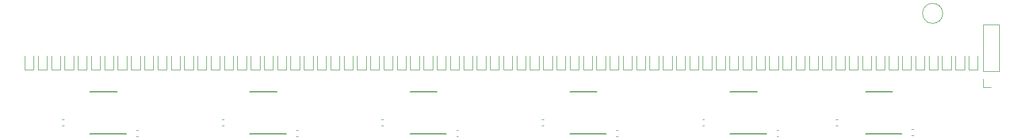
<source format=gbr>
G04 #@! TF.GenerationSoftware,KiCad,Pcbnew,(5.1.4)-1*
G04 #@! TF.CreationDate,2019-11-18T15:59:16-05:00*
G04 #@! TF.ProjectId,teh,7465682e-6b69-4636-9164-5f7063625858,rev?*
G04 #@! TF.SameCoordinates,Original*
G04 #@! TF.FileFunction,Legend,Top*
G04 #@! TF.FilePolarity,Positive*
%FSLAX46Y46*%
G04 Gerber Fmt 4.6, Leading zero omitted, Abs format (unit mm)*
G04 Created by KiCad (PCBNEW (5.1.4)-1) date 2019-11-18 15:59:16*
%MOMM*%
%LPD*%
G04 APERTURE LIST*
%ADD10C,0.120000*%
%ADD11C,0.150000*%
G04 APERTURE END LIST*
D10*
X242627938Y-42950000D02*
G75*
G03X242627938Y-42950000I-1647938J0D01*
G01*
D11*
X235918700Y-62815000D02*
X229943700Y-62815000D01*
X234393700Y-55915000D02*
X229943700Y-55915000D01*
X213704000Y-62815000D02*
X207729000Y-62815000D01*
X212179000Y-55915000D02*
X207729000Y-55915000D01*
X187438000Y-62815000D02*
X181463000Y-62815000D01*
X185913000Y-55915000D02*
X181463000Y-55915000D01*
X161172000Y-62815000D02*
X155197000Y-62815000D01*
X159647000Y-55915000D02*
X155197000Y-55915000D01*
X108640000Y-62815000D02*
X102665000Y-62815000D01*
X107115000Y-55915000D02*
X102665000Y-55915000D01*
X134906000Y-62815000D02*
X128931000Y-62815000D01*
X133381000Y-55915000D02*
X128931000Y-55915000D01*
D10*
X215651168Y-52285000D02*
X215651168Y-50000000D01*
X214181168Y-52285000D02*
X215651168Y-52285000D01*
X214181168Y-50000000D02*
X214181168Y-52285000D01*
X98435279Y-60450000D02*
X98109721Y-60450000D01*
X98435279Y-61470000D02*
X98109721Y-61470000D01*
X177175279Y-60450000D02*
X176849721Y-60450000D01*
X177175279Y-61470000D02*
X176849721Y-61470000D01*
X124622779Y-60450000D02*
X124297221Y-60450000D01*
X124622779Y-61470000D02*
X124297221Y-61470000D01*
X150810279Y-60450000D02*
X150484721Y-60450000D01*
X150810279Y-61470000D02*
X150484721Y-61470000D01*
X203515279Y-60450000D02*
X203189721Y-60450000D01*
X203515279Y-61470000D02*
X203189721Y-61470000D01*
X225435279Y-60450000D02*
X225109721Y-60450000D01*
X225435279Y-61470000D02*
X225109721Y-61470000D01*
X251926400Y-52527200D02*
X249266400Y-52527200D01*
X251926400Y-52527200D02*
X251926400Y-44847200D01*
X251926400Y-44847200D02*
X249266400Y-44847200D01*
X249266400Y-52527200D02*
X249266400Y-44847200D01*
X249266400Y-55127200D02*
X249266400Y-53797200D01*
X250596400Y-55127200D02*
X249266400Y-55127200D01*
X237881479Y-62101000D02*
X237555921Y-62101000D01*
X237881479Y-63121000D02*
X237555921Y-63121000D01*
X106538518Y-52285000D02*
X106538518Y-50000000D01*
X105068518Y-52285000D02*
X106538518Y-52285000D01*
X105068518Y-50000000D02*
X105068518Y-52285000D01*
X91975000Y-50000000D02*
X91975000Y-52285000D01*
X91975000Y-52285000D02*
X93445000Y-52285000D01*
X93445000Y-52285000D02*
X93445000Y-50000000D01*
X107250771Y-50000000D02*
X107250771Y-52285000D01*
X107250771Y-52285000D02*
X108720771Y-52285000D01*
X108720771Y-52285000D02*
X108720771Y-50000000D01*
X95627253Y-52285000D02*
X95627253Y-50000000D01*
X94157253Y-52285000D02*
X95627253Y-52285000D01*
X94157253Y-50000000D02*
X94157253Y-52285000D01*
X110903024Y-52285000D02*
X110903024Y-50000000D01*
X109433024Y-52285000D02*
X110903024Y-52285000D01*
X109433024Y-50000000D02*
X109433024Y-52285000D01*
X96339506Y-50000000D02*
X96339506Y-52285000D01*
X96339506Y-52285000D02*
X97809506Y-52285000D01*
X97809506Y-52285000D02*
X97809506Y-50000000D01*
X111615277Y-50000000D02*
X111615277Y-52285000D01*
X111615277Y-52285000D02*
X113085277Y-52285000D01*
X113085277Y-52285000D02*
X113085277Y-50000000D01*
X99991759Y-52285000D02*
X99991759Y-50000000D01*
X98521759Y-52285000D02*
X99991759Y-52285000D01*
X98521759Y-50000000D02*
X98521759Y-52285000D01*
X113797530Y-50000000D02*
X113797530Y-52285000D01*
X113797530Y-52285000D02*
X115267530Y-52285000D01*
X115267530Y-52285000D02*
X115267530Y-50000000D01*
X102174012Y-52285000D02*
X102174012Y-50000000D01*
X100704012Y-52285000D02*
X102174012Y-52285000D01*
X100704012Y-50000000D02*
X100704012Y-52285000D01*
X115979783Y-50000000D02*
X115979783Y-52285000D01*
X115979783Y-52285000D02*
X117449783Y-52285000D01*
X117449783Y-52285000D02*
X117449783Y-50000000D01*
X104356265Y-52285000D02*
X104356265Y-50000000D01*
X102886265Y-52285000D02*
X104356265Y-52285000D01*
X102886265Y-50000000D02*
X102886265Y-52285000D01*
X143636819Y-52285000D02*
X143636819Y-50000000D01*
X142166819Y-52285000D02*
X143636819Y-52285000D01*
X142166819Y-50000000D02*
X142166819Y-52285000D01*
X139984566Y-50000000D02*
X139984566Y-52285000D01*
X139984566Y-52285000D02*
X141454566Y-52285000D01*
X141454566Y-52285000D02*
X141454566Y-50000000D01*
X139272313Y-52285000D02*
X139272313Y-50000000D01*
X137802313Y-52285000D02*
X139272313Y-52285000D01*
X137802313Y-50000000D02*
X137802313Y-52285000D01*
X135620060Y-50000000D02*
X135620060Y-52285000D01*
X135620060Y-52285000D02*
X137090060Y-52285000D01*
X137090060Y-52285000D02*
X137090060Y-50000000D01*
X134907807Y-52285000D02*
X134907807Y-50000000D01*
X133437807Y-52285000D02*
X134907807Y-52285000D01*
X133437807Y-50000000D02*
X133437807Y-52285000D01*
X131255554Y-50000000D02*
X131255554Y-52285000D01*
X131255554Y-52285000D02*
X132725554Y-52285000D01*
X132725554Y-52285000D02*
X132725554Y-50000000D01*
X129073301Y-50000000D02*
X129073301Y-52285000D01*
X129073301Y-52285000D02*
X130543301Y-52285000D01*
X130543301Y-52285000D02*
X130543301Y-50000000D01*
X128361048Y-52285000D02*
X128361048Y-50000000D01*
X126891048Y-52285000D02*
X128361048Y-52285000D01*
X126891048Y-50000000D02*
X126891048Y-52285000D01*
X124708795Y-50000000D02*
X124708795Y-52285000D01*
X124708795Y-52285000D02*
X126178795Y-52285000D01*
X126178795Y-52285000D02*
X126178795Y-50000000D01*
X123996542Y-52285000D02*
X123996542Y-50000000D01*
X122526542Y-52285000D02*
X123996542Y-52285000D01*
X122526542Y-50000000D02*
X122526542Y-52285000D01*
X120344289Y-50000000D02*
X120344289Y-52285000D01*
X120344289Y-52285000D02*
X121814289Y-52285000D01*
X121814289Y-52285000D02*
X121814289Y-50000000D01*
X119632036Y-52285000D02*
X119632036Y-50000000D01*
X118162036Y-52285000D02*
X119632036Y-52285000D01*
X118162036Y-50000000D02*
X118162036Y-52285000D01*
X157442590Y-50000000D02*
X157442590Y-52285000D01*
X157442590Y-52285000D02*
X158912590Y-52285000D01*
X158912590Y-52285000D02*
X158912590Y-50000000D01*
X145819072Y-52285000D02*
X145819072Y-50000000D01*
X144349072Y-52285000D02*
X145819072Y-52285000D01*
X144349072Y-50000000D02*
X144349072Y-52285000D01*
X161094843Y-52285000D02*
X161094843Y-50000000D01*
X159624843Y-52285000D02*
X161094843Y-52285000D01*
X159624843Y-50000000D02*
X159624843Y-52285000D01*
X146531325Y-50000000D02*
X146531325Y-52285000D01*
X146531325Y-52285000D02*
X148001325Y-52285000D01*
X148001325Y-52285000D02*
X148001325Y-50000000D01*
X161807096Y-50000000D02*
X161807096Y-52285000D01*
X161807096Y-52285000D02*
X163277096Y-52285000D01*
X163277096Y-52285000D02*
X163277096Y-50000000D01*
X150183578Y-52285000D02*
X150183578Y-50000000D01*
X148713578Y-52285000D02*
X150183578Y-52285000D01*
X148713578Y-50000000D02*
X148713578Y-52285000D01*
X165459349Y-52285000D02*
X165459349Y-50000000D01*
X163989349Y-52285000D02*
X165459349Y-52285000D01*
X163989349Y-50000000D02*
X163989349Y-52285000D01*
X150895831Y-50000000D02*
X150895831Y-52285000D01*
X150895831Y-52285000D02*
X152365831Y-52285000D01*
X152365831Y-52285000D02*
X152365831Y-50000000D01*
X166171602Y-50000000D02*
X166171602Y-52285000D01*
X166171602Y-52285000D02*
X167641602Y-52285000D01*
X167641602Y-52285000D02*
X167641602Y-50000000D01*
X154548084Y-52285000D02*
X154548084Y-50000000D01*
X153078084Y-52285000D02*
X154548084Y-52285000D01*
X153078084Y-50000000D02*
X153078084Y-52285000D01*
X169823855Y-52285000D02*
X169823855Y-50000000D01*
X168353855Y-52285000D02*
X169823855Y-52285000D01*
X168353855Y-50000000D02*
X168353855Y-52285000D01*
X155260337Y-50000000D02*
X155260337Y-52285000D01*
X155260337Y-52285000D02*
X156730337Y-52285000D01*
X156730337Y-52285000D02*
X156730337Y-50000000D01*
X183629626Y-50000000D02*
X183629626Y-52285000D01*
X183629626Y-52285000D02*
X185099626Y-52285000D01*
X185099626Y-52285000D02*
X185099626Y-50000000D01*
X172006108Y-52285000D02*
X172006108Y-50000000D01*
X170536108Y-52285000D02*
X172006108Y-52285000D01*
X170536108Y-50000000D02*
X170536108Y-52285000D01*
X187281879Y-52285000D02*
X187281879Y-50000000D01*
X185811879Y-52285000D02*
X187281879Y-52285000D01*
X185811879Y-50000000D02*
X185811879Y-52285000D01*
X172718361Y-50000000D02*
X172718361Y-52285000D01*
X172718361Y-52285000D02*
X174188361Y-52285000D01*
X174188361Y-52285000D02*
X174188361Y-50000000D01*
X189464132Y-52285000D02*
X189464132Y-50000000D01*
X187994132Y-52285000D02*
X189464132Y-52285000D01*
X187994132Y-50000000D02*
X187994132Y-52285000D01*
X176370614Y-52285000D02*
X176370614Y-50000000D01*
X174900614Y-52285000D02*
X176370614Y-52285000D01*
X174900614Y-50000000D02*
X174900614Y-52285000D01*
X191646385Y-52285000D02*
X191646385Y-50000000D01*
X190176385Y-52285000D02*
X191646385Y-52285000D01*
X190176385Y-50000000D02*
X190176385Y-52285000D01*
X177082867Y-50000000D02*
X177082867Y-52285000D01*
X177082867Y-52285000D02*
X178552867Y-52285000D01*
X178552867Y-52285000D02*
X178552867Y-50000000D01*
X193828638Y-52285000D02*
X193828638Y-50000000D01*
X192358638Y-52285000D02*
X193828638Y-52285000D01*
X192358638Y-50000000D02*
X192358638Y-52285000D01*
X180735120Y-52285000D02*
X180735120Y-50000000D01*
X179265120Y-52285000D02*
X180735120Y-52285000D01*
X179265120Y-50000000D02*
X179265120Y-52285000D01*
X196010891Y-52285000D02*
X196010891Y-50000000D01*
X194540891Y-52285000D02*
X196010891Y-52285000D01*
X194540891Y-50000000D02*
X194540891Y-52285000D01*
X181447373Y-50000000D02*
X181447373Y-52285000D01*
X181447373Y-52285000D02*
X182917373Y-52285000D01*
X182917373Y-52285000D02*
X182917373Y-50000000D01*
X211286662Y-52285000D02*
X211286662Y-50000000D01*
X209816662Y-52285000D02*
X211286662Y-52285000D01*
X209816662Y-50000000D02*
X209816662Y-52285000D01*
X196723144Y-50000000D02*
X196723144Y-52285000D01*
X196723144Y-52285000D02*
X198193144Y-52285000D01*
X198193144Y-52285000D02*
X198193144Y-50000000D01*
X211998915Y-50000000D02*
X211998915Y-52285000D01*
X211998915Y-52285000D02*
X213468915Y-52285000D01*
X213468915Y-52285000D02*
X213468915Y-50000000D01*
X198905397Y-50000000D02*
X198905397Y-52285000D01*
X198905397Y-52285000D02*
X200375397Y-52285000D01*
X200375397Y-52285000D02*
X200375397Y-50000000D01*
X201087650Y-50000000D02*
X201087650Y-52285000D01*
X201087650Y-52285000D02*
X202557650Y-52285000D01*
X202557650Y-52285000D02*
X202557650Y-50000000D01*
X216363421Y-50000000D02*
X216363421Y-52285000D01*
X216363421Y-52285000D02*
X217833421Y-52285000D01*
X217833421Y-52285000D02*
X217833421Y-50000000D01*
X204739903Y-52285000D02*
X204739903Y-50000000D01*
X203269903Y-52285000D02*
X204739903Y-52285000D01*
X203269903Y-50000000D02*
X203269903Y-52285000D01*
X220015674Y-52285000D02*
X220015674Y-50000000D01*
X218545674Y-52285000D02*
X220015674Y-52285000D01*
X218545674Y-50000000D02*
X218545674Y-52285000D01*
X205452156Y-50000000D02*
X205452156Y-52285000D01*
X205452156Y-52285000D02*
X206922156Y-52285000D01*
X206922156Y-52285000D02*
X206922156Y-50000000D01*
X220727927Y-50000000D02*
X220727927Y-52285000D01*
X220727927Y-52285000D02*
X222197927Y-52285000D01*
X222197927Y-52285000D02*
X222197927Y-50000000D01*
X209104409Y-52285000D02*
X209104409Y-50000000D01*
X207634409Y-52285000D02*
X209104409Y-52285000D01*
X207634409Y-50000000D02*
X207634409Y-52285000D01*
X236003698Y-50000000D02*
X236003698Y-52285000D01*
X236003698Y-52285000D02*
X237473698Y-52285000D01*
X237473698Y-52285000D02*
X237473698Y-50000000D01*
X224380180Y-52285000D02*
X224380180Y-50000000D01*
X222910180Y-52285000D02*
X224380180Y-52285000D01*
X222910180Y-50000000D02*
X222910180Y-52285000D01*
X239655951Y-52285000D02*
X239655951Y-50000000D01*
X238185951Y-52285000D02*
X239655951Y-52285000D01*
X238185951Y-50000000D02*
X238185951Y-52285000D01*
X225092433Y-50000000D02*
X225092433Y-52285000D01*
X225092433Y-52285000D02*
X226562433Y-52285000D01*
X226562433Y-52285000D02*
X226562433Y-50000000D01*
X240368204Y-50000000D02*
X240368204Y-52285000D01*
X240368204Y-52285000D02*
X241838204Y-52285000D01*
X241838204Y-52285000D02*
X241838204Y-50000000D01*
X228744686Y-52285000D02*
X228744686Y-50000000D01*
X227274686Y-52285000D02*
X228744686Y-52285000D01*
X227274686Y-50000000D02*
X227274686Y-52285000D01*
X244020457Y-52285000D02*
X244020457Y-50000000D01*
X242550457Y-52285000D02*
X244020457Y-52285000D01*
X242550457Y-50000000D02*
X242550457Y-52285000D01*
X229456939Y-50000000D02*
X229456939Y-52285000D01*
X229456939Y-52285000D02*
X230926939Y-52285000D01*
X230926939Y-52285000D02*
X230926939Y-50000000D01*
X244732710Y-50000000D02*
X244732710Y-52285000D01*
X244732710Y-52285000D02*
X246202710Y-52285000D01*
X246202710Y-52285000D02*
X246202710Y-50000000D01*
X233109192Y-52285000D02*
X233109192Y-50000000D01*
X231639192Y-52285000D02*
X233109192Y-52285000D01*
X231639192Y-50000000D02*
X231639192Y-52285000D01*
X248385000Y-52285000D02*
X248385000Y-50000000D01*
X246915000Y-52285000D02*
X248385000Y-52285000D01*
X246915000Y-50000000D02*
X246915000Y-52285000D01*
X233821445Y-50000000D02*
X233821445Y-52285000D01*
X233821445Y-52285000D02*
X235291445Y-52285000D01*
X235291445Y-52285000D02*
X235291445Y-50000000D01*
X110627279Y-63248000D02*
X110301721Y-63248000D01*
X110627279Y-62228000D02*
X110301721Y-62228000D01*
X136840279Y-63248000D02*
X136514721Y-63248000D01*
X136840279Y-62228000D02*
X136514721Y-62228000D01*
X163129279Y-63248000D02*
X162803721Y-63248000D01*
X163129279Y-62228000D02*
X162803721Y-62228000D01*
X189367279Y-62228000D02*
X189041721Y-62228000D01*
X189367279Y-63248000D02*
X189041721Y-63248000D01*
X215707279Y-63248000D02*
X215381721Y-63248000D01*
X215707279Y-62228000D02*
X215381721Y-62228000D01*
M02*

</source>
